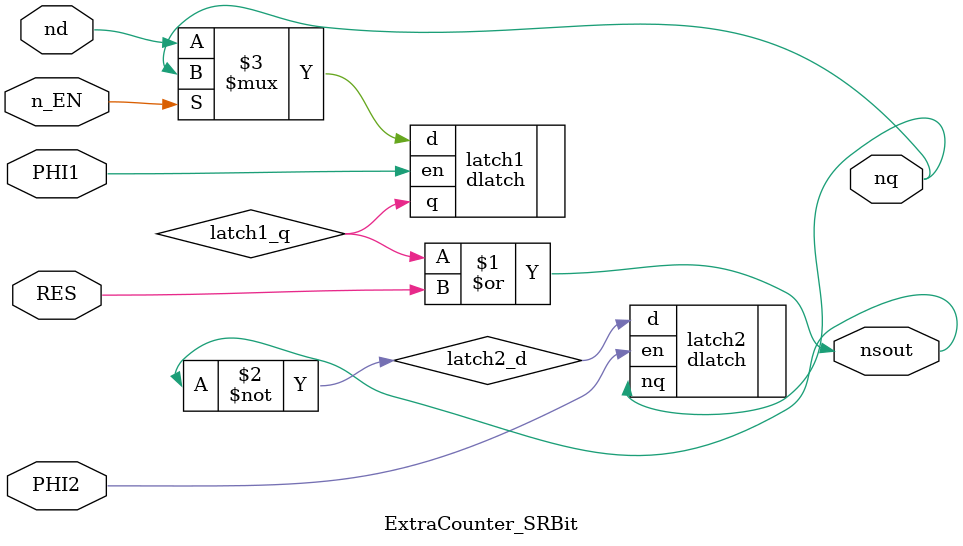
<source format=v>
`timescale 1ns/1ns

module ExtraCounter (
	PHI1, PHI2, TRES2, n_ready, T1,
	n_T2, n_T3, n_T4, n_T5);

	input PHI1;
	input PHI2;
	input TRES2;
	input n_ready;
	input T1;

	output n_T2;
	output n_T3;
	output n_T4;
	output n_T5;

	wire t1_latch_nq;
	wire [3:0] nq;

	dlatch t1_latch (.d(T1), .en(PHI2), .nq(t1_latch_nq));

	ExtraCounter_SRBit sr [3:0] (
		.PHI1(PHI1),
		.PHI2(PHI2),
		.nd({nq[2:0],t1_latch_nq}),
		.n_EN(n_ready),
		.RES(TRES2),
		.nq(nq),
		.nsout({n_T5,n_T4,n_T3,n_T2}));

endmodule // ExtraCounter

module ExtraCounter_SRBit (PHI1, PHI2, nd, n_EN, RES, nq, nsout);

	input PHI1;
	input PHI2;
	input nd;
	input n_EN;
	input RES;
	output nq;
	output nsout;

	wire latch1_q;
	wire latch2_d;

	nor (latch2_d, latch1_q, RES);
	dlatch latch1 (.d(n_EN ? nq : nd), .en(PHI1), .q(latch1_q));
	dlatch latch2 (.d(latch2_d), .en(PHI2), .nq(nq));
	assign nsout = ~latch2_d;

endmodule // ExtraCounter_SRBit

</source>
